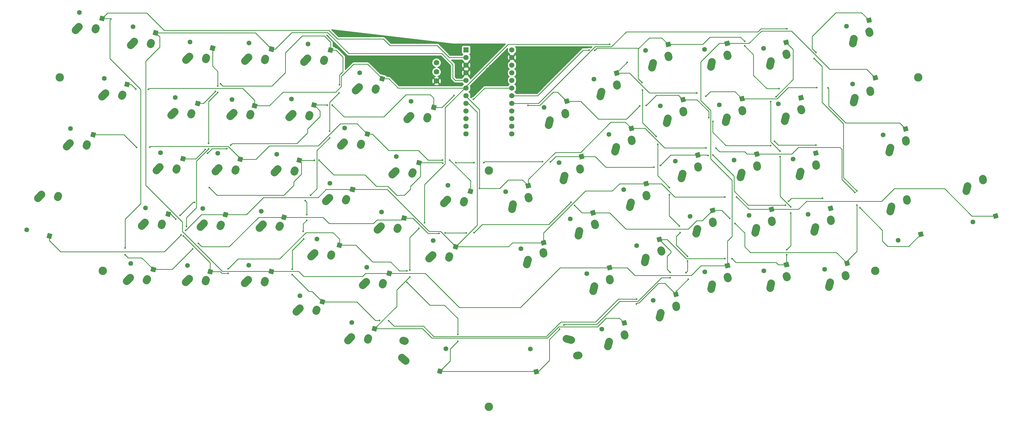
<source format=gbr>
%TF.GenerationSoftware,KiCad,Pcbnew,4.0.7*%
%TF.CreationDate,2018-09-12T19:18:30-05:00*%
%TF.ProjectId,ergo60tilt,6572676F363074696C742E6B69636164,rev?*%
%TF.FileFunction,Copper,L1,Top,Signal*%
%FSLAX46Y46*%
G04 Gerber Fmt 4.6, Leading zero omitted, Abs format (unit mm)*
G04 Created by KiCad (PCBNEW 4.0.7) date 09/12/18 19:18:30*
%MOMM*%
%LPD*%
G01*
G04 APERTURE LIST*
%ADD10C,0.100000*%
%ADD11C,1.600000*%
%ADD12C,2.800000*%
%ADD13C,2.500000*%
%ADD14R,1.752600X1.752600*%
%ADD15C,1.752600*%
%ADD16C,1.800000*%
%ADD17C,0.600000*%
%ADD18C,0.250000*%
%ADD19C,0.254000*%
G04 APERTURE END LIST*
D10*
G36*
X36499283Y-20295769D02*
X36085172Y-21841250D01*
X34539691Y-21427139D01*
X34953802Y-19881658D01*
X36499283Y-20295769D01*
X36499283Y-20295769D01*
G37*
D11*
X27985265Y-18842666D03*
D10*
G36*
X54325143Y-25072193D02*
X53911032Y-26617674D01*
X52365551Y-26203563D01*
X52779662Y-24658082D01*
X54325143Y-25072193D01*
X54325143Y-25072193D01*
G37*
D11*
X45811125Y-23619090D03*
D10*
G36*
X44794418Y-42240454D02*
X44380307Y-43785935D01*
X42834826Y-43371824D01*
X43248937Y-41826343D01*
X44794418Y-42240454D01*
X44794418Y-42240454D01*
G37*
D11*
X36280400Y-40787351D03*
D10*
G36*
X33538610Y-58946481D02*
X33124499Y-60491962D01*
X31579018Y-60077851D01*
X31993129Y-58532370D01*
X33538610Y-58946481D01*
X33538610Y-58946481D01*
G37*
D11*
X25024592Y-57493378D03*
D10*
G36*
X18964590Y-92636468D02*
X18550479Y-94181949D01*
X17004998Y-93767838D01*
X17419109Y-92222357D01*
X18964590Y-92636468D01*
X18964590Y-92636468D01*
G37*
D11*
X10450572Y-91183365D03*
D10*
G36*
X73301057Y-30156774D02*
X72886946Y-31702255D01*
X71341465Y-31288144D01*
X71755576Y-29742663D01*
X73301057Y-30156774D01*
X73301057Y-30156774D01*
G37*
D11*
X64787039Y-28703671D03*
D10*
G36*
X68370553Y-48557661D02*
X67956442Y-50103142D01*
X66410961Y-49689031D01*
X66825072Y-48143550D01*
X68370553Y-48557661D01*
X68370553Y-48557661D01*
G37*
D11*
X59856535Y-47104558D03*
D10*
G36*
X63440051Y-66958548D02*
X63025940Y-68504029D01*
X61480459Y-68089918D01*
X61894570Y-66544437D01*
X63440051Y-66958548D01*
X63440051Y-66958548D01*
G37*
D11*
X54926033Y-65505445D03*
D10*
G36*
X58509548Y-85359435D02*
X58095437Y-86904916D01*
X56549956Y-86490805D01*
X56964067Y-84945324D01*
X58509548Y-85359435D01*
X58509548Y-85359435D01*
G37*
D11*
X49995530Y-83906332D03*
D10*
G36*
X53579045Y-103760322D02*
X53164934Y-105305803D01*
X51619453Y-104891692D01*
X52033564Y-103346211D01*
X53579045Y-103760322D01*
X53579045Y-103760322D01*
G37*
D11*
X45065027Y-102307219D03*
D10*
G36*
X92934569Y-30487055D02*
X92520458Y-32032536D01*
X90974977Y-31618425D01*
X91389088Y-30072944D01*
X92934569Y-30487055D01*
X92934569Y-30487055D01*
G37*
D11*
X84420551Y-29033952D03*
D10*
G36*
X87274961Y-49308891D02*
X86860850Y-50854372D01*
X85315369Y-50440261D01*
X85729480Y-48894780D01*
X87274961Y-49308891D01*
X87274961Y-49308891D01*
G37*
D11*
X78760943Y-47855788D03*
D10*
G36*
X82498537Y-67134751D02*
X82084426Y-68680232D01*
X80538945Y-68266121D01*
X80953056Y-66720640D01*
X82498537Y-67134751D01*
X82498537Y-67134751D01*
G37*
D11*
X73984519Y-65681648D03*
D10*
G36*
X77568034Y-85535637D02*
X77153923Y-87081118D01*
X75608442Y-86667007D01*
X76022553Y-85121526D01*
X77568034Y-85535637D01*
X77568034Y-85535637D01*
G37*
D11*
X69054016Y-84082534D03*
D10*
G36*
X72483452Y-104511552D02*
X72069341Y-106057033D01*
X70523860Y-105642922D01*
X70937971Y-104097441D01*
X72483452Y-104511552D01*
X72483452Y-104511552D01*
G37*
D11*
X63969434Y-103058449D03*
D10*
G36*
X112568082Y-30817336D02*
X112153971Y-32362817D01*
X110608490Y-31948706D01*
X111022601Y-30403225D01*
X112568082Y-30817336D01*
X112568082Y-30817336D01*
G37*
D11*
X104054064Y-29364233D03*
D10*
G36*
X107062552Y-49064145D02*
X106648441Y-50609626D01*
X105102960Y-50195515D01*
X105517071Y-48650034D01*
X107062552Y-49064145D01*
X107062552Y-49064145D01*
G37*
D11*
X98548534Y-47611042D03*
D10*
G36*
X102132049Y-67465032D02*
X101717938Y-69010513D01*
X100172457Y-68596402D01*
X100586568Y-67050921D01*
X102132049Y-67465032D01*
X102132049Y-67465032D01*
G37*
D11*
X93618031Y-66011929D03*
D10*
G36*
X97047468Y-86440946D02*
X96633357Y-87986427D01*
X95087876Y-87572316D01*
X95501987Y-86026835D01*
X97047468Y-86440946D01*
X97047468Y-86440946D01*
G37*
D11*
X88533450Y-84987843D03*
D10*
G36*
X92846071Y-104420884D02*
X92431960Y-105966365D01*
X90886479Y-105552254D01*
X91300590Y-104006773D01*
X92846071Y-104420884D01*
X92846071Y-104420884D01*
G37*
D11*
X84332053Y-102967781D03*
D10*
G36*
X129736344Y-40348061D02*
X129322233Y-41893542D01*
X127776752Y-41479431D01*
X128190863Y-39933950D01*
X129736344Y-40348061D01*
X129736344Y-40348061D01*
G37*
D11*
X121222326Y-38894958D03*
D10*
G36*
X124805841Y-58748948D02*
X124391730Y-60294429D01*
X122846249Y-59880318D01*
X123260360Y-58334837D01*
X124805841Y-58748948D01*
X124805841Y-58748948D01*
G37*
D11*
X116291823Y-57295845D03*
D10*
G36*
X119875338Y-77149834D02*
X119461227Y-78695315D01*
X117915746Y-78281204D01*
X118329857Y-76735723D01*
X119875338Y-77149834D01*
X119875338Y-77149834D01*
G37*
D11*
X111361320Y-75696731D03*
D10*
G36*
X115519863Y-95704800D02*
X115105752Y-97250281D01*
X113560271Y-96836170D01*
X113974382Y-95290689D01*
X115519863Y-95704800D01*
X115519863Y-95704800D01*
G37*
D11*
X107005845Y-94251697D03*
D10*
G36*
X109860254Y-114526635D02*
X109446143Y-116072116D01*
X107900662Y-115658005D01*
X108314773Y-114112524D01*
X109860254Y-114526635D01*
X109860254Y-114526635D01*
G37*
D11*
X101346236Y-113073532D03*
D10*
G36*
X146904605Y-49878786D02*
X146490494Y-51424267D01*
X144945013Y-51010156D01*
X145359124Y-49464675D01*
X146904605Y-49878786D01*
X146904605Y-49878786D01*
G37*
D11*
X138390587Y-48425683D03*
D10*
G36*
X141974102Y-68279672D02*
X141559991Y-69825153D01*
X140014510Y-69411042D01*
X140428621Y-67865561D01*
X141974102Y-68279672D01*
X141974102Y-68279672D01*
G37*
D11*
X133460084Y-66826569D03*
D10*
G36*
X137043599Y-86680559D02*
X136629488Y-88226040D01*
X135084007Y-87811929D01*
X135498118Y-86266448D01*
X137043599Y-86680559D01*
X137043599Y-86680559D01*
G37*
D11*
X128529581Y-85227456D03*
D10*
G36*
X132113097Y-105081447D02*
X131698986Y-106626928D01*
X130153505Y-106212817D01*
X130567616Y-104667336D01*
X132113097Y-105081447D01*
X132113097Y-105081447D01*
G37*
D11*
X123599079Y-103628344D03*
D10*
G36*
X127182594Y-123482333D02*
X126768483Y-125027814D01*
X125223002Y-124613703D01*
X125637113Y-123068222D01*
X127182594Y-123482333D01*
X127182594Y-123482333D01*
G37*
D11*
X118668576Y-122029230D03*
D10*
G36*
X159142363Y-77810397D02*
X158728252Y-79355878D01*
X157182771Y-78941767D01*
X157596882Y-77396286D01*
X159142363Y-77810397D01*
X159142363Y-77810397D01*
G37*
D11*
X150628345Y-76357294D03*
D10*
G36*
X154211861Y-96211284D02*
X153797750Y-97756765D01*
X152252269Y-97342654D01*
X152666380Y-95797173D01*
X154211861Y-96211284D01*
X154211861Y-96211284D01*
G37*
D11*
X145697843Y-94758181D03*
D10*
G36*
X148514761Y-139206479D02*
X146969280Y-138792368D01*
X147383391Y-137246887D01*
X148928872Y-137660998D01*
X148514761Y-139206479D01*
X148514761Y-139206479D01*
G37*
D11*
X149967864Y-130692461D03*
D10*
G36*
X199486108Y-84518416D02*
X199900219Y-86063897D01*
X198354738Y-86478008D01*
X197940627Y-84932527D01*
X199486108Y-84518416D01*
X199486108Y-84518416D01*
G37*
D11*
X191386201Y-87517000D03*
D10*
G36*
X204991640Y-102765225D02*
X205405751Y-104310706D01*
X203860270Y-104724817D01*
X203446159Y-103179336D01*
X204991640Y-102765225D01*
X204991640Y-102765225D01*
G37*
D11*
X196891733Y-105763809D03*
D10*
G36*
X209922143Y-121166112D02*
X210336254Y-122711593D01*
X208790773Y-123125704D01*
X208376662Y-121580223D01*
X209922143Y-121166112D01*
X209922143Y-121166112D01*
G37*
D11*
X201822236Y-124164696D03*
D10*
G36*
X177962373Y-75494175D02*
X178376484Y-77039656D01*
X176831003Y-77453767D01*
X176416892Y-75908286D01*
X177962373Y-75494175D01*
X177962373Y-75494175D01*
G37*
D11*
X169862466Y-78492759D03*
D10*
G36*
X183046954Y-94470090D02*
X183461065Y-96015571D01*
X181915584Y-96429682D01*
X181501473Y-94884201D01*
X183046954Y-94470090D01*
X183046954Y-94470090D01*
G37*
D11*
X174947047Y-97468674D03*
D10*
G36*
X181055754Y-138909046D02*
X179510273Y-139323157D01*
X179096162Y-137777676D01*
X180641643Y-137363565D01*
X181055754Y-138909046D01*
X181055754Y-138909046D01*
G37*
D11*
X178057170Y-130809139D03*
D10*
G36*
X239328162Y-83703777D02*
X239742273Y-85249258D01*
X238196792Y-85663369D01*
X237782681Y-84117888D01*
X239328162Y-83703777D01*
X239328162Y-83703777D01*
G37*
D11*
X231228255Y-86702361D03*
D10*
G36*
X244258665Y-102104663D02*
X244672776Y-103650144D01*
X243127295Y-104064255D01*
X242713184Y-102518774D01*
X244258665Y-102104663D01*
X244258665Y-102104663D01*
G37*
D11*
X236158758Y-105103247D03*
D10*
G36*
X207368393Y-38031839D02*
X207782504Y-39577320D01*
X206237023Y-39991431D01*
X205822912Y-38445950D01*
X207368393Y-38031839D01*
X207368393Y-38031839D01*
G37*
D11*
X199268486Y-41030423D03*
D10*
G36*
X212298896Y-56432727D02*
X212713007Y-57978208D01*
X211167526Y-58392319D01*
X210753415Y-56846838D01*
X212298896Y-56432727D01*
X212298896Y-56432727D01*
G37*
D11*
X204198989Y-59431311D03*
D10*
G36*
X217229398Y-74833614D02*
X217643509Y-76379095D01*
X216098028Y-76793206D01*
X215683917Y-75247725D01*
X217229398Y-74833614D01*
X217229398Y-74833614D01*
G37*
D11*
X209129491Y-77832198D03*
D10*
G36*
X221584872Y-93388579D02*
X221998983Y-94934060D01*
X220453502Y-95348171D01*
X220039391Y-93802690D01*
X221584872Y-93388579D01*
X221584872Y-93388579D01*
G37*
D11*
X213484965Y-96387163D03*
D10*
G36*
X227090404Y-111635388D02*
X227504515Y-113180869D01*
X225959034Y-113594980D01*
X225544923Y-112049499D01*
X227090404Y-111635388D01*
X227090404Y-111635388D01*
G37*
D11*
X218990497Y-114633972D03*
D10*
G36*
X190775158Y-47408486D02*
X191189269Y-48953967D01*
X189643788Y-49368078D01*
X189229677Y-47822597D01*
X190775158Y-47408486D01*
X190775158Y-47408486D01*
G37*
D11*
X182675251Y-50407070D03*
D10*
G36*
X195705661Y-65809373D02*
X196119772Y-67354854D01*
X194574291Y-67768965D01*
X194160180Y-66223484D01*
X195705661Y-65809373D01*
X195705661Y-65809373D01*
G37*
D11*
X187605754Y-68807957D03*
D10*
G36*
X284100717Y-101290023D02*
X284514828Y-102835504D01*
X282969347Y-103249615D01*
X282555236Y-101704134D01*
X284100717Y-101290023D01*
X284100717Y-101290023D01*
G37*
D11*
X276000810Y-104288607D03*
D10*
G36*
X244170166Y-28170834D02*
X244584277Y-29716315D01*
X243038796Y-30130426D01*
X242624685Y-28584945D01*
X244170166Y-28170834D01*
X244170166Y-28170834D01*
G37*
D11*
X236070259Y-31169418D03*
D10*
G36*
X249100669Y-46571721D02*
X249514780Y-48117202D01*
X247969299Y-48531313D01*
X247555188Y-46985832D01*
X249100669Y-46571721D01*
X249100669Y-46571721D01*
G37*
D11*
X241000762Y-49570305D03*
D10*
G36*
X254031172Y-64972608D02*
X254445283Y-66518089D01*
X252899802Y-66932200D01*
X252485691Y-65386719D01*
X254031172Y-64972608D01*
X254031172Y-64972608D01*
G37*
D11*
X245931265Y-67971192D03*
D10*
G36*
X258961675Y-83373495D02*
X259375786Y-84918976D01*
X257830305Y-85333087D01*
X257416194Y-83787606D01*
X258961675Y-83373495D01*
X258961675Y-83373495D01*
G37*
D11*
X250861768Y-86372079D03*
D10*
G36*
X263892177Y-101774382D02*
X264306288Y-103319863D01*
X262760807Y-103733974D01*
X262346696Y-102188493D01*
X263892177Y-101774382D01*
X263892177Y-101774382D01*
G37*
D11*
X255792270Y-104772966D03*
D10*
G36*
X224536654Y-28501116D02*
X224950765Y-30046597D01*
X223405284Y-30460708D01*
X222991173Y-28915227D01*
X224536654Y-28501116D01*
X224536654Y-28501116D01*
G37*
D11*
X216436747Y-31499700D03*
D10*
G36*
X229467157Y-46902002D02*
X229881268Y-48447483D01*
X228335787Y-48861594D01*
X227921676Y-47316113D01*
X229467157Y-46902002D01*
X229467157Y-46902002D01*
G37*
D11*
X221367250Y-49900586D03*
D10*
G36*
X234397660Y-65302889D02*
X234811771Y-66848370D01*
X233266290Y-67262481D01*
X232852179Y-65717000D01*
X234397660Y-65302889D01*
X234397660Y-65302889D01*
G37*
D11*
X226297753Y-68301473D03*
D10*
G36*
X291405010Y-20444799D02*
X291819121Y-21990280D01*
X290273640Y-22404391D01*
X289859529Y-20858910D01*
X291405010Y-20444799D01*
X291405010Y-20444799D01*
G37*
D11*
X283305103Y-23443383D03*
D10*
G36*
X293460373Y-39616077D02*
X293874484Y-41161558D01*
X292329003Y-41575669D01*
X291914892Y-40030188D01*
X293460373Y-39616077D01*
X293460373Y-39616077D01*
G37*
D11*
X285360466Y-42614661D03*
D10*
G36*
X303566126Y-56630260D02*
X303980237Y-58175741D01*
X302434756Y-58589852D01*
X302020645Y-57044371D01*
X303566126Y-56630260D01*
X303566126Y-56630260D01*
G37*
D11*
X295466219Y-59628844D03*
D10*
G36*
X308631546Y-91635443D02*
X309045657Y-93180924D01*
X307500176Y-93595035D01*
X307086065Y-92049554D01*
X308631546Y-91635443D01*
X308631546Y-91635443D01*
G37*
D11*
X300531639Y-94634027D03*
D10*
G36*
X333511817Y-85585107D02*
X333925928Y-87130588D01*
X332380447Y-87544699D01*
X331966336Y-85999218D01*
X333511817Y-85585107D01*
X333511817Y-85585107D01*
G37*
D11*
X325411910Y-88583691D03*
D10*
G36*
X263803679Y-27840553D02*
X264217790Y-29386034D01*
X262672309Y-29800145D01*
X262258198Y-28254664D01*
X263803679Y-27840553D01*
X263803679Y-27840553D01*
G37*
D11*
X255703772Y-30839137D03*
D10*
G36*
X268734182Y-46241441D02*
X269148293Y-47786922D01*
X267602812Y-48201033D01*
X267188701Y-46655552D01*
X268734182Y-46241441D01*
X268734182Y-46241441D01*
G37*
D11*
X260634275Y-49240025D03*
D10*
G36*
X273664685Y-64642327D02*
X274078796Y-66187808D01*
X272533315Y-66601919D01*
X272119204Y-65056438D01*
X273664685Y-64642327D01*
X273664685Y-64642327D01*
G37*
D11*
X265564778Y-67640911D03*
D10*
G36*
X278595188Y-83043214D02*
X279009299Y-84588695D01*
X277463818Y-85002806D01*
X277049707Y-83457325D01*
X278595188Y-83043214D01*
X278595188Y-83043214D01*
G37*
D11*
X270495281Y-86041798D03*
D12*
X35718750Y-104775000D03*
X164306250Y-71437500D03*
X292893750Y-104775000D03*
X164306250Y-150018750D03*
X21431250Y-40481250D03*
X307181250Y-40481250D03*
D13*
X258194489Y-34996869D02*
X257789065Y-36616909D01*
X263265652Y-32520604D02*
X263377314Y-33089754D01*
X64614368Y-33475051D02*
X63453240Y-34675335D01*
X70244255Y-33866123D02*
X70056383Y-34414853D01*
X84247881Y-33805332D02*
X83086753Y-35005616D01*
X89877768Y-34196404D02*
X89689896Y-34745134D01*
X103881393Y-34135613D02*
X102720265Y-35335897D01*
X109511280Y-34526685D02*
X109323408Y-35075415D01*
X121049655Y-43666337D02*
X119888527Y-44866621D01*
X126679542Y-44057409D02*
X126491670Y-44606139D01*
X138217916Y-53197062D02*
X137056788Y-54397346D01*
X143847803Y-53588134D02*
X143659931Y-54136864D01*
X184590940Y-54718880D02*
X184185516Y-56338920D01*
X189662103Y-52242615D02*
X189773765Y-52811765D01*
X201759201Y-45188155D02*
X201353777Y-46808195D01*
X206830364Y-42711890D02*
X206942026Y-43281040D01*
X218927464Y-35657431D02*
X218522040Y-37277471D01*
X223998627Y-33181166D02*
X224110289Y-33750316D01*
X238560976Y-35327150D02*
X238155552Y-36947190D01*
X243632139Y-32850885D02*
X243743801Y-33420035D01*
X54753363Y-70276825D02*
X53592235Y-71477109D01*
X60383250Y-70667897D02*
X60195378Y-71216627D01*
X123426408Y-108399723D02*
X122265280Y-109600007D01*
X129056295Y-108790795D02*
X128868423Y-109339525D01*
X285795819Y-27601114D02*
X285390395Y-29221154D01*
X290866982Y-25124849D02*
X290978644Y-25693999D01*
X89089885Y-89338274D02*
X87928757Y-90538558D01*
X94719772Y-89729346D02*
X94531900Y-90278076D01*
X268055494Y-71798643D02*
X267650070Y-73418683D01*
X273126657Y-69322378D02*
X273238319Y-69891528D01*
X233718972Y-90860092D02*
X233313548Y-92480132D01*
X238790135Y-88383827D02*
X238901797Y-88952977D01*
X94020388Y-70937387D02*
X92859260Y-72137671D01*
X99650275Y-71328459D02*
X99462403Y-71877189D01*
X27812595Y-23614045D02*
X26651467Y-24814329D01*
X33442482Y-24005117D02*
X33254610Y-24553847D01*
X238649475Y-109260980D02*
X238244051Y-110881020D01*
X243720638Y-106784715D02*
X243832300Y-107353865D01*
X98950891Y-52536499D02*
X97789763Y-53736783D01*
X104580778Y-52927571D02*
X104392906Y-53476301D01*
X191699361Y-127807425D02*
X190079321Y-127402001D01*
X194175626Y-132878588D02*
X193606476Y-132990250D01*
X297956935Y-63786576D02*
X297551511Y-65406616D01*
X303028098Y-61310311D02*
X303139760Y-61879461D01*
X46213481Y-28544548D02*
X45052353Y-29744832D01*
X51843368Y-28935620D02*
X51655496Y-29484350D01*
X111188649Y-80468111D02*
X110027521Y-81668395D01*
X116818536Y-80859183D02*
X116630664Y-81407913D01*
X101327644Y-117269885D02*
X100166516Y-118470169D01*
X106957531Y-117660957D02*
X106769659Y-118209687D01*
X128356910Y-89998836D02*
X127195782Y-91199120D01*
X133986797Y-90389908D02*
X133798925Y-90938638D01*
X194451947Y-91520655D02*
X194046523Y-93140695D01*
X199523110Y-89044390D02*
X199634772Y-89613540D01*
X223857966Y-54058318D02*
X223452542Y-55678358D01*
X228929129Y-51582053D02*
X229040791Y-52151203D01*
X211620208Y-81989930D02*
X211214784Y-83609970D01*
X216691371Y-79513665D02*
X216803033Y-80082815D01*
X228788468Y-72459205D02*
X228383044Y-74079245D01*
X233859631Y-69982940D02*
X233971293Y-70552090D01*
X248421980Y-72128924D02*
X248016556Y-73748964D01*
X253493143Y-69652659D02*
X253604805Y-70221809D01*
X84159382Y-107739160D02*
X82998254Y-108939444D01*
X89789269Y-108130232D02*
X89601397Y-108678962D01*
X150455674Y-81128674D02*
X149294546Y-82328958D01*
X156085561Y-81519746D02*
X155897689Y-82068476D01*
X44892357Y-107078599D02*
X43731229Y-108278883D01*
X50522244Y-107469671D02*
X50334372Y-108018401D01*
X221481213Y-118791703D02*
X221075789Y-120411743D01*
X226552376Y-116315438D02*
X226664038Y-116884588D01*
X118495905Y-126800610D02*
X117334777Y-128000894D01*
X124125792Y-127191682D02*
X123937920Y-127740412D01*
X216550711Y-100390817D02*
X216145287Y-102010857D01*
X221621874Y-97914552D02*
X221733536Y-98483702D01*
X199382449Y-109921541D02*
X198977025Y-111541581D01*
X204453612Y-107445276D02*
X204565274Y-108014426D01*
X24851921Y-62264758D02*
X23690793Y-63465042D01*
X30481808Y-62655830D02*
X30293936Y-63204560D01*
X243491479Y-53728037D02*
X243086055Y-55348077D01*
X248562642Y-51251772D02*
X248674304Y-51820922D01*
X263124992Y-53397756D02*
X262719568Y-55017796D01*
X268196155Y-50921491D02*
X268307817Y-51490641D01*
X253352483Y-90529811D02*
X252947059Y-92149851D01*
X258423646Y-88053546D02*
X258535308Y-88622696D01*
X145525172Y-99529560D02*
X144364044Y-100729844D01*
X151155059Y-99920632D02*
X150967187Y-100469362D01*
X177283685Y-101051379D02*
X176878261Y-102671419D01*
X182354848Y-98575114D02*
X182466510Y-99144264D01*
X286126099Y-47234628D02*
X285720675Y-48854668D01*
X291197262Y-44758363D02*
X291308924Y-45327513D01*
X59683865Y-51875938D02*
X58522737Y-53076222D01*
X65313752Y-52267010D02*
X65125880Y-52815740D01*
X272985996Y-90199530D02*
X272580572Y-91819570D01*
X278057159Y-87723265D02*
X278168821Y-88292415D01*
X116119152Y-62067224D02*
X114958024Y-63267508D01*
X121749039Y-62458296D02*
X121561167Y-63007026D01*
X204312951Y-128322428D02*
X203907527Y-129942468D01*
X209384114Y-125846163D02*
X209495776Y-126415313D01*
X172353183Y-82650492D02*
X171947759Y-84270532D01*
X177424346Y-80174227D02*
X177536008Y-80743377D01*
X323588436Y-76640647D02*
X323183012Y-78260687D01*
X328659599Y-74164382D02*
X328771261Y-74733532D01*
X277916499Y-108600417D02*
X277511075Y-110220457D01*
X282987662Y-106124152D02*
X283099324Y-106693302D01*
X298287215Y-83420089D02*
X297881791Y-85040129D01*
X303358378Y-80943824D02*
X303470040Y-81512974D01*
X74386876Y-70607105D02*
X73225748Y-71807389D01*
X80016763Y-70998177D02*
X79828891Y-71546907D01*
X15321197Y-79433019D02*
X14160069Y-80633303D01*
X20951084Y-79824091D02*
X20763212Y-80372821D01*
X135351495Y-133632964D02*
X136551779Y-134794092D01*
X135742567Y-128003077D02*
X136291297Y-128190949D01*
X133287413Y-71597949D02*
X132126285Y-72798233D01*
X138917300Y-71989021D02*
X138729428Y-72537751D01*
X36682757Y-45712809D02*
X35521629Y-46913093D01*
X42312644Y-46103881D02*
X42124772Y-46652611D01*
X206689704Y-63589043D02*
X206284280Y-65209083D01*
X211760867Y-61112778D02*
X211872529Y-61681928D01*
X258282987Y-108930698D02*
X257877563Y-110550738D01*
X263354150Y-106454433D02*
X263465812Y-107023583D01*
X106258146Y-98868999D02*
X105097018Y-100069283D01*
X111888033Y-99260071D02*
X111700161Y-99808801D01*
X79317378Y-52206219D02*
X78156250Y-53406503D01*
X84947265Y-52597291D02*
X84759393Y-53146021D01*
X64525870Y-107408880D02*
X63364742Y-108609164D01*
X70155757Y-107799952D02*
X69967885Y-108348682D01*
X69456373Y-89007993D02*
X68295245Y-90208277D01*
X75086260Y-89399065D02*
X74898388Y-89947795D01*
X189521444Y-73119767D02*
X189116020Y-74739807D01*
X194592607Y-70643502D02*
X194704269Y-71212652D01*
X49822860Y-88677712D02*
X48661732Y-89877996D01*
X55452747Y-89068784D02*
X55264875Y-89617514D01*
D14*
X156686250Y-31273750D03*
D15*
X156686250Y-33813750D03*
X156686250Y-36353750D03*
X156686250Y-38893750D03*
X156686250Y-41433750D03*
X156686250Y-43973750D03*
X156686250Y-46513750D03*
X156686250Y-49053750D03*
X156686250Y-51593750D03*
X156686250Y-54133750D03*
X156686250Y-56673750D03*
X156686250Y-59213750D03*
X171926250Y-59213750D03*
X171926250Y-56673750D03*
X171926250Y-54133750D03*
X171926250Y-51593750D03*
X171926250Y-49053750D03*
X171926250Y-46513750D03*
X171926250Y-43973750D03*
X171926250Y-41433750D03*
X171926250Y-38893750D03*
X171926250Y-36353750D03*
X171926250Y-33813750D03*
X171926250Y-31273750D03*
D16*
X146812000Y-41656000D03*
X146812000Y-35560000D03*
X146812000Y-38608000D03*
D17*
X273177000Y-32131000D03*
X272542000Y-34163000D03*
X286766000Y-78232000D03*
X286766000Y-82931000D03*
X246253000Y-89027000D03*
X244475000Y-87376000D03*
X192786000Y-83058000D03*
X191643000Y-81915000D03*
X159385000Y-92075000D03*
X156718000Y-92202000D03*
X149733000Y-92202000D03*
X147701000Y-92329000D03*
X67564000Y-95631000D03*
X65659000Y-97536000D03*
X43180000Y-99441000D03*
X43180000Y-97155000D03*
X137922000Y-106807000D03*
X137922000Y-104521000D03*
X140970000Y-90678000D03*
X142875000Y-88773000D03*
X277114000Y-43942000D03*
X273431000Y-43815000D03*
X236474000Y-46736000D03*
X233553000Y-45593000D03*
X210312000Y-35433000D03*
X204470000Y-29464000D03*
X50927000Y-44450000D03*
X46736000Y-44323000D03*
X287782000Y-83820000D03*
X286131000Y-78740000D03*
X239903000Y-64008000D03*
X236601000Y-63881000D03*
X161163000Y-77343000D03*
X151257000Y-67945000D03*
X148844000Y-67945000D03*
X51435000Y-63627000D03*
X46990000Y-63754000D03*
X246761000Y-80264000D03*
X242824000Y-80264000D03*
X63373000Y-91313000D03*
X61849000Y-92837000D03*
X263525000Y-24257000D03*
X259842000Y-46863000D03*
X258064000Y-48514000D03*
X261239000Y-65024000D03*
X261239000Y-66802000D03*
X264795000Y-83566000D03*
X264795000Y-85598000D03*
X263398000Y-97790000D03*
X263398000Y-99441000D03*
X245237000Y-100711000D03*
X242824000Y-100711000D03*
X224663000Y-105283000D03*
X224663000Y-107061000D03*
X189230000Y-122809000D03*
X187833000Y-124206000D03*
X153924000Y-128270000D03*
X153924000Y-125984000D03*
X137033000Y-108585000D03*
X137033000Y-104775000D03*
X77470000Y-104140000D03*
X77470000Y-105664000D03*
X62611000Y-93218000D03*
X63627000Y-90043000D03*
X70993000Y-64262000D03*
X70993000Y-62357000D03*
X74041000Y-45466000D03*
X74041000Y-43307000D03*
X199517000Y-31496000D03*
X197612000Y-31369000D03*
X260858000Y-44196000D03*
X249428000Y-29972000D03*
X249428000Y-28448000D03*
X215265000Y-42164000D03*
X215392000Y-44704000D03*
X219964000Y-60071000D03*
X220472000Y-62738000D03*
X224409000Y-77089000D03*
X224409000Y-79502000D03*
X227711000Y-89916000D03*
X227965000Y-92075000D03*
X230378000Y-99949000D03*
X230378000Y-101473000D03*
X229870000Y-105410000D03*
X230632000Y-107569000D03*
X213360000Y-115824000D03*
X213487000Y-114173000D03*
X130937000Y-121412000D03*
X127889000Y-121285000D03*
X98806000Y-106045000D03*
X98806000Y-104267000D03*
X102616000Y-94234000D03*
X102489000Y-91694000D03*
X103632000Y-88011000D03*
X103632000Y-86106000D03*
X103124000Y-81407000D03*
X104902000Y-79629000D03*
X111252000Y-60579000D03*
X111252000Y-58293000D03*
X114427000Y-45593000D03*
X114554000Y-42926000D03*
X74930000Y-42545000D03*
X73279000Y-45085000D03*
X273177000Y-62992000D03*
X259334000Y-61722000D03*
X258064000Y-63119000D03*
X238887000Y-55118000D03*
X237490000Y-53848000D03*
X216662000Y-49784000D03*
X214503000Y-49911000D03*
X171926250Y-43973750D03*
X177292000Y-49784000D03*
X159131000Y-47752000D03*
X152654000Y-46482000D03*
X112141000Y-49657000D03*
X110490000Y-49657000D03*
X78359000Y-62992000D03*
X77089000Y-64135000D03*
X70612000Y-65659000D03*
X69850000Y-64389000D03*
X275336000Y-80645000D03*
X264033000Y-81661000D03*
X263017000Y-82931000D03*
X238887000Y-66294000D03*
X237236000Y-66421000D03*
X221361000Y-69723000D03*
X219202000Y-70358000D03*
X184785000Y-68580000D03*
X182118000Y-68453000D03*
X162560000Y-68834000D03*
X159385000Y-68834000D03*
X153289000Y-68834000D03*
X148971000Y-68961000D03*
X107696000Y-67945000D03*
X106172000Y-68072000D03*
X71247000Y-77089000D03*
X66294000Y-82042000D03*
X61468000Y-86360000D03*
X60071000Y-87630000D03*
X163703000Y-37592000D03*
X164719000Y-36576000D03*
D18*
X156686250Y-33813750D02*
X151034750Y-33813750D01*
X37330941Y-19050000D02*
X35519487Y-20861454D01*
X50419000Y-19050000D02*
X37330941Y-19050000D01*
X56134000Y-24765000D02*
X50419000Y-19050000D01*
X110998000Y-24765000D02*
X56134000Y-24765000D01*
X113919000Y-27686000D02*
X110998000Y-24765000D01*
X129159000Y-27686000D02*
X113919000Y-27686000D01*
X131318000Y-29845000D02*
X129159000Y-27686000D01*
X147066000Y-29845000D02*
X131318000Y-29845000D01*
X151034750Y-33813750D02*
X147066000Y-29845000D01*
X283535032Y-102269819D02*
X283535032Y-101528968D01*
X283535032Y-101528968D02*
X286766000Y-98298000D01*
X288337730Y-18923000D02*
X290839325Y-21424595D01*
X279781000Y-18923000D02*
X288337730Y-18923000D01*
X271907000Y-26797000D02*
X279781000Y-18923000D01*
X271907000Y-30861000D02*
X271907000Y-26797000D01*
X273177000Y-32131000D02*
X271907000Y-30861000D01*
X275209000Y-36830000D02*
X272542000Y-34163000D01*
X275209000Y-48768000D02*
X275209000Y-36830000D01*
X282321000Y-55880000D02*
X275209000Y-48768000D01*
X282321000Y-73787000D02*
X282321000Y-55880000D01*
X286766000Y-78232000D02*
X282321000Y-73787000D01*
X286766000Y-98298000D02*
X286766000Y-82931000D01*
X238762477Y-84683573D02*
X241782573Y-84683573D01*
X279944213Y-98679000D02*
X283535032Y-102269819D01*
X251333000Y-98679000D02*
X279944213Y-98679000D01*
X249428000Y-96774000D02*
X251333000Y-98679000D01*
X249428000Y-92202000D02*
X249428000Y-96774000D01*
X246253000Y-89027000D02*
X249428000Y-92202000D01*
X241782573Y-84683573D02*
X244475000Y-87376000D01*
X198920423Y-85498212D02*
X204497212Y-85498212D01*
X235308050Y-88138000D02*
X238762477Y-84683573D01*
X233426000Y-88138000D02*
X235308050Y-88138000D01*
X230632000Y-90932000D02*
X233426000Y-88138000D01*
X209931000Y-90932000D02*
X230632000Y-90932000D01*
X204497212Y-85498212D02*
X209931000Y-90932000D01*
X136063803Y-87246244D02*
X138935244Y-87246244D01*
X195226212Y-85498212D02*
X198920423Y-85498212D01*
X192786000Y-83058000D02*
X195226212Y-85498212D01*
X184150000Y-89408000D02*
X191643000Y-81915000D01*
X162052000Y-89408000D02*
X184150000Y-89408000D01*
X159385000Y-92075000D02*
X162052000Y-89408000D01*
X149733000Y-92202000D02*
X156718000Y-92202000D01*
X144018000Y-92329000D02*
X147701000Y-92329000D01*
X138935244Y-87246244D02*
X144018000Y-92329000D01*
X96067672Y-87006631D02*
X109104631Y-87006631D01*
X127000000Y-87884000D02*
X135426047Y-87884000D01*
X125857000Y-89027000D02*
X127000000Y-87884000D01*
X111125000Y-89027000D02*
X125857000Y-89027000D01*
X109104631Y-87006631D02*
X111125000Y-89027000D01*
X135426047Y-87884000D02*
X136063803Y-87246244D01*
X52599249Y-104326007D02*
X58868993Y-104326007D01*
X87618369Y-87006631D02*
X96067672Y-87006631D01*
X77851000Y-96774000D02*
X87618369Y-87006631D01*
X68707000Y-96774000D02*
X77851000Y-96774000D01*
X67564000Y-95631000D02*
X68707000Y-96774000D01*
X58868993Y-104326007D02*
X65659000Y-97536000D01*
X35519487Y-20861454D02*
X38641454Y-20861454D01*
X48730242Y-100457000D02*
X52599249Y-104326007D01*
X44196000Y-100457000D02*
X48730242Y-100457000D01*
X43180000Y-99441000D02*
X44196000Y-100457000D01*
X43180000Y-97028000D02*
X43180000Y-97155000D01*
X43180000Y-87630000D02*
X43180000Y-97028000D01*
X48387000Y-82423000D02*
X43180000Y-87630000D01*
X48387000Y-44450000D02*
X48387000Y-82423000D01*
X38100000Y-34163000D02*
X48387000Y-44450000D01*
X38100000Y-21402908D02*
X38100000Y-34163000D01*
X38641454Y-20861454D02*
X38100000Y-21402908D01*
X91866275Y-104986569D02*
X75522569Y-104986569D01*
X54737000Y-27029531D02*
X53345347Y-25637878D01*
X54737000Y-30353000D02*
X54737000Y-27029531D01*
X50038000Y-35052000D02*
X54737000Y-30353000D01*
X50038000Y-76327000D02*
X50038000Y-35052000D01*
X62230000Y-88519000D02*
X50038000Y-76327000D01*
X62230000Y-91694000D02*
X62230000Y-88519000D01*
X75522569Y-104986569D02*
X62230000Y-91694000D01*
X243604481Y-29150630D02*
X250884370Y-29150630D01*
X290017815Y-37719000D02*
X292894688Y-40595873D01*
X277749000Y-37719000D02*
X290017815Y-37719000D01*
X265049000Y-25019000D02*
X277749000Y-37719000D01*
X255016000Y-25019000D02*
X265049000Y-25019000D01*
X250884370Y-29150630D02*
X255016000Y-25019000D01*
X243692980Y-103084459D02*
X243692980Y-94889020D01*
X240978370Y-29150630D02*
X243604481Y-29150630D01*
X234823000Y-35306000D02*
X240978370Y-29150630D01*
X234823000Y-48133000D02*
X234823000Y-35306000D01*
X238125000Y-51435000D02*
X234823000Y-48133000D01*
X238125000Y-67564000D02*
X238125000Y-51435000D01*
X245237000Y-74676000D02*
X238125000Y-67564000D01*
X245237000Y-93345000D02*
X245237000Y-74676000D01*
X243692980Y-94889020D02*
X245237000Y-93345000D01*
X204425955Y-103745021D02*
X210298021Y-103745021D01*
X234862541Y-103084459D02*
X243692980Y-103084459D01*
X231648000Y-106299000D02*
X234862541Y-103084459D01*
X212852000Y-106299000D02*
X231648000Y-106299000D01*
X210298021Y-103745021D02*
X212852000Y-106299000D01*
X131133301Y-105647132D02*
X143112132Y-105647132D01*
X187973979Y-103745021D02*
X204425955Y-103745021D01*
X174752000Y-116967000D02*
X187973979Y-103745021D01*
X154432000Y-116967000D02*
X174752000Y-116967000D01*
X143112132Y-105647132D02*
X154432000Y-116967000D01*
X91866275Y-104986569D02*
X100922569Y-104986569D01*
X123206868Y-105647132D02*
X131133301Y-105647132D01*
X122174000Y-106680000D02*
X123206868Y-105647132D01*
X102616000Y-106680000D02*
X122174000Y-106680000D01*
X100922569Y-104986569D02*
X102616000Y-106680000D01*
X91954773Y-31052740D02*
X93153260Y-31052740D01*
X153066750Y-41433750D02*
X156686250Y-41433750D01*
X152273000Y-40640000D02*
X153066750Y-41433750D01*
X152273000Y-36195000D02*
X152273000Y-40640000D01*
X148590000Y-32512000D02*
X152273000Y-36195000D01*
X117602000Y-32512000D02*
X148590000Y-32512000D01*
X110617000Y-25527000D02*
X117602000Y-32512000D01*
X98679000Y-25527000D02*
X110617000Y-25527000D01*
X93153260Y-31052740D02*
X98679000Y-25527000D01*
X53345347Y-25637878D02*
X86539911Y-25637878D01*
X86539911Y-25637878D02*
X91954773Y-31052740D01*
X156686250Y-43973750D02*
X134016750Y-43973750D01*
X130956746Y-40913746D02*
X128756548Y-40913746D01*
X134016750Y-43973750D02*
X130956746Y-40913746D01*
X126202798Y-124048018D02*
X142209018Y-124048018D01*
X207733550Y-120523000D02*
X209356458Y-122145908D01*
X203327000Y-120523000D02*
X207733550Y-120523000D01*
X200406000Y-123444000D02*
X203327000Y-120523000D01*
X187452000Y-123444000D02*
X200406000Y-123444000D01*
X183769000Y-127127000D02*
X187452000Y-123444000D01*
X145288000Y-127127000D02*
X183769000Y-127127000D01*
X142209018Y-124048018D02*
X145288000Y-127127000D01*
X156686250Y-43973750D02*
X156305250Y-43973750D01*
X156305250Y-43973750D02*
X149733000Y-50546000D01*
X133604000Y-116646816D02*
X126202798Y-124048018D01*
X133604000Y-111125000D02*
X133604000Y-116646816D01*
X137922000Y-106807000D02*
X133604000Y-111125000D01*
X137922000Y-93726000D02*
X137922000Y-104521000D01*
X140970000Y-90678000D02*
X137922000Y-93726000D01*
X142875000Y-76073000D02*
X142875000Y-88773000D01*
X149733000Y-69215000D02*
X142875000Y-76073000D01*
X149733000Y-50546000D02*
X149733000Y-69215000D01*
X248534984Y-47551517D02*
X260169483Y-47551517D01*
X301016385Y-55626000D02*
X303000441Y-57610056D01*
X283083000Y-55626000D02*
X301016385Y-55626000D01*
X277368000Y-49911000D02*
X283083000Y-55626000D01*
X277368000Y-44196000D02*
X277368000Y-49911000D01*
X277114000Y-43942000D02*
X277368000Y-44196000D01*
X263906000Y-43815000D02*
X273431000Y-43815000D01*
X260169483Y-47551517D02*
X263906000Y-43815000D01*
X206802708Y-39011635D02*
X211096635Y-39011635D01*
X246195467Y-45212000D02*
X248534984Y-47551517D01*
X237998000Y-45212000D02*
X246195467Y-45212000D01*
X236474000Y-46736000D02*
X237998000Y-45212000D01*
X217678000Y-45593000D02*
X233553000Y-45593000D01*
X211096635Y-39011635D02*
X217678000Y-45593000D01*
X156686250Y-43973750D02*
X156686250Y-43465750D01*
X156686250Y-43465750D02*
X170688000Y-29464000D01*
X210312000Y-35433000D02*
X206802708Y-38942292D01*
X170688000Y-29464000D02*
X204470000Y-29464000D01*
X206802708Y-38942292D02*
X206802708Y-39011635D01*
X86295165Y-49874576D02*
X91222424Y-49874576D01*
X91222424Y-49874576D02*
X95758000Y-45339000D01*
X95758000Y-45339000D02*
X113284000Y-45339000D01*
X113284000Y-45339000D02*
X115189000Y-43434000D01*
X115189000Y-43434000D02*
X115189000Y-40132000D01*
X115189000Y-40132000D02*
X119253000Y-36068000D01*
X119253000Y-36068000D02*
X123910802Y-36068000D01*
X123910802Y-36068000D02*
X128756548Y-40913746D01*
X43814622Y-42806139D02*
X45219139Y-42806139D01*
X86295165Y-48068165D02*
X86295165Y-49874576D01*
X82296000Y-44069000D02*
X86295165Y-48068165D01*
X51308000Y-44069000D02*
X82296000Y-44069000D01*
X50927000Y-44450000D02*
X51308000Y-44069000D01*
X45219139Y-42806139D02*
X46736000Y-44323000D01*
X253465487Y-65952404D02*
X265136596Y-65952404D01*
X304034100Y-96647000D02*
X308065861Y-92615239D01*
X297053000Y-96647000D02*
X304034100Y-96647000D01*
X295275000Y-94869000D02*
X297053000Y-96647000D01*
X295275000Y-91313000D02*
X295275000Y-94869000D01*
X287782000Y-83820000D02*
X295275000Y-91313000D01*
X281813000Y-74422000D02*
X286131000Y-78740000D01*
X281813000Y-64389000D02*
X281813000Y-74422000D01*
X281178000Y-63754000D02*
X281813000Y-64389000D01*
X267335000Y-63754000D02*
X281178000Y-63754000D01*
X265136596Y-65952404D02*
X267335000Y-63754000D01*
X211733211Y-57412523D02*
X216289523Y-57412523D01*
X250229404Y-65952404D02*
X253465487Y-65952404D01*
X249428000Y-65151000D02*
X250229404Y-65952404D01*
X241046000Y-65151000D02*
X249428000Y-65151000D01*
X239903000Y-64008000D02*
X241046000Y-65151000D01*
X222758000Y-63881000D02*
X236601000Y-63881000D01*
X216289523Y-57412523D02*
X222758000Y-63881000D01*
X177396688Y-76473971D02*
X177396688Y-74444312D01*
X209692688Y-55372000D02*
X211733211Y-57412523D01*
X204851000Y-55372000D02*
X209692688Y-55372000D01*
X194818000Y-65405000D02*
X204851000Y-55372000D01*
X186436000Y-65405000D02*
X194818000Y-65405000D01*
X177396688Y-74444312D02*
X186436000Y-65405000D01*
X161163000Y-77343000D02*
X167894000Y-77343000D01*
X175471717Y-74549000D02*
X177396688Y-76473971D01*
X170688000Y-74549000D02*
X175471717Y-74549000D01*
X167894000Y-77343000D02*
X170688000Y-74549000D01*
X156686250Y-46513750D02*
X156686250Y-46704250D01*
X156686250Y-46704250D02*
X161163000Y-51181000D01*
X161163000Y-51181000D02*
X161163000Y-77343000D01*
X123826045Y-59314633D02*
X125481633Y-59314633D01*
X158162567Y-74850567D02*
X158162567Y-78376082D01*
X151257000Y-67945000D02*
X158162567Y-74850567D01*
X144018000Y-67945000D02*
X148844000Y-67945000D01*
X140843000Y-64770000D02*
X144018000Y-67945000D01*
X130937000Y-64770000D02*
X140843000Y-64770000D01*
X125481633Y-59314633D02*
X130937000Y-64770000D01*
X81518741Y-67700436D02*
X86731564Y-67700436D01*
X120391412Y-55880000D02*
X123826045Y-59314633D01*
X114808000Y-55880000D02*
X120391412Y-55880000D01*
X107442000Y-63246000D02*
X114808000Y-55880000D01*
X91186000Y-63246000D02*
X107442000Y-63246000D01*
X86731564Y-67700436D02*
X91186000Y-63246000D01*
X32558814Y-59512166D02*
X42748166Y-59512166D01*
X77470000Y-63373000D02*
X81518741Y-67421741D01*
X51689000Y-63373000D02*
X77470000Y-63373000D01*
X51435000Y-63627000D02*
X51689000Y-63373000D01*
X42748166Y-59512166D02*
X46990000Y-63754000D01*
X81518741Y-67421741D02*
X81518741Y-67700436D01*
X156686250Y-49053750D02*
X157384750Y-49053750D01*
X157384750Y-49053750D02*
X160401000Y-52070000D01*
X160401000Y-52070000D02*
X160401000Y-89608034D01*
X160401000Y-89608034D02*
X153232065Y-96776969D01*
X258395990Y-84353291D02*
X267309709Y-84353291D01*
X325070903Y-86564903D02*
X332946132Y-86564903D01*
X315976000Y-77470000D02*
X325070903Y-86564903D01*
X299212000Y-77470000D02*
X315976000Y-77470000D01*
X295021000Y-81661000D02*
X299212000Y-77470000D01*
X270002000Y-81661000D02*
X295021000Y-81661000D01*
X267309709Y-84353291D02*
X270002000Y-81661000D01*
X216663713Y-75813410D02*
X221736410Y-75813410D01*
X250850291Y-84353291D02*
X258395990Y-84353291D01*
X246761000Y-80264000D02*
X250850291Y-84353291D01*
X226187000Y-80264000D02*
X242824000Y-80264000D01*
X221736410Y-75813410D02*
X226187000Y-80264000D01*
X182481269Y-95449886D02*
X182481269Y-92219731D01*
X207777590Y-75813410D02*
X216663713Y-75813410D01*
X205359000Y-78232000D02*
X207777590Y-75813410D01*
X196469000Y-78232000D02*
X205359000Y-78232000D01*
X182481269Y-92219731D02*
X196469000Y-78232000D01*
X153232065Y-96776969D02*
X170812031Y-96776969D01*
X172139114Y-95449886D02*
X182481269Y-95449886D01*
X170812031Y-96776969D02*
X172139114Y-95449886D01*
X118895542Y-77715519D02*
X130420519Y-77715519D01*
X148149096Y-91694000D02*
X153232065Y-96776969D01*
X144399000Y-91694000D02*
X148149096Y-91694000D01*
X130420519Y-77715519D02*
X144399000Y-91694000D01*
X76588238Y-86101322D02*
X83570678Y-86101322D01*
X110117481Y-77715519D02*
X118895542Y-77715519D01*
X107442000Y-80391000D02*
X110117481Y-77715519D01*
X89281000Y-80391000D02*
X107442000Y-80391000D01*
X83570678Y-86101322D02*
X89281000Y-80391000D01*
X17984794Y-93202153D02*
X17984794Y-94692794D01*
X68584678Y-86101322D02*
X76588238Y-86101322D01*
X63373000Y-91313000D02*
X68584678Y-86101322D01*
X56261000Y-98425000D02*
X61849000Y-92837000D01*
X21717000Y-98425000D02*
X56261000Y-98425000D01*
X17984794Y-94692794D02*
X21717000Y-98425000D01*
X171926250Y-49053750D02*
X180816250Y-49053750D01*
X254889000Y-24257000D02*
X263525000Y-24257000D01*
X253873000Y-25273000D02*
X254889000Y-24257000D01*
X210058000Y-25273000D02*
X253873000Y-25273000D01*
X205105000Y-30226000D02*
X210058000Y-25273000D01*
X199644000Y-30226000D02*
X205105000Y-30226000D01*
X180816250Y-49053750D02*
X199644000Y-30226000D01*
X263326492Y-102754178D02*
X263326492Y-99512508D01*
X265557000Y-31139355D02*
X263237994Y-28820349D01*
X265557000Y-41148000D02*
X265557000Y-31139355D01*
X259842000Y-46863000D02*
X265557000Y-41148000D01*
X258064000Y-61849000D02*
X258064000Y-48514000D01*
X261239000Y-65024000D02*
X258064000Y-61849000D01*
X261239000Y-80010000D02*
X261239000Y-66802000D01*
X264795000Y-83566000D02*
X261239000Y-80010000D01*
X264795000Y-96393000D02*
X264795000Y-85598000D01*
X263398000Y-97790000D02*
X264795000Y-96393000D01*
X263326492Y-99512508D02*
X263398000Y-99441000D01*
X221019187Y-94368375D02*
X223654375Y-94368375D01*
X260615178Y-102754178D02*
X263326492Y-102754178D01*
X259842000Y-101981000D02*
X260615178Y-102754178D01*
X246507000Y-101981000D02*
X259842000Y-101981000D01*
X245237000Y-100711000D02*
X246507000Y-101981000D01*
X229997000Y-100711000D02*
X242824000Y-100711000D01*
X223654375Y-94368375D02*
X229997000Y-100711000D01*
X180075958Y-138343361D02*
X180680639Y-138343361D01*
X180680639Y-138343361D02*
X184404000Y-134620000D01*
X224917000Y-98266188D02*
X221019187Y-94368375D01*
X224917000Y-98679000D02*
X224917000Y-98266188D01*
X223647000Y-99949000D02*
X224917000Y-98679000D01*
X223647000Y-104267000D02*
X223647000Y-99949000D01*
X224663000Y-105283000D02*
X223647000Y-104267000D01*
X221742000Y-107061000D02*
X224663000Y-107061000D01*
X213868000Y-114935000D02*
X221742000Y-107061000D01*
X207772000Y-114935000D02*
X213868000Y-114935000D01*
X200152000Y-122555000D02*
X207772000Y-114935000D01*
X189484000Y-122555000D02*
X200152000Y-122555000D01*
X189230000Y-122809000D02*
X189484000Y-122555000D01*
X184404000Y-127635000D02*
X187833000Y-124206000D01*
X184404000Y-134620000D02*
X184404000Y-127635000D01*
X147949076Y-138226683D02*
X179959280Y-138226683D01*
X179959280Y-138226683D02*
X180075958Y-138343361D01*
X114540067Y-96270485D02*
X120019485Y-96270485D01*
X151384000Y-134791759D02*
X147949076Y-138226683D01*
X151384000Y-130810000D02*
X151384000Y-134791759D01*
X153924000Y-128270000D02*
X151384000Y-130810000D01*
X153924000Y-120650000D02*
X153924000Y-125984000D01*
X149479000Y-116205000D02*
X153924000Y-120650000D01*
X144653000Y-116205000D02*
X149479000Y-116205000D01*
X137033000Y-108585000D02*
X144653000Y-116205000D01*
X134493000Y-104775000D02*
X137033000Y-104775000D01*
X131572000Y-101854000D02*
X134493000Y-104775000D01*
X125603000Y-101854000D02*
X131572000Y-101854000D01*
X120019485Y-96270485D02*
X125603000Y-101854000D01*
X71503656Y-105077237D02*
X74851237Y-105077237D01*
X114540067Y-94220067D02*
X114540067Y-96270485D01*
X112395000Y-92075000D02*
X114540067Y-94220067D01*
X103378000Y-92075000D02*
X112395000Y-92075000D01*
X94615000Y-100838000D02*
X103378000Y-92075000D01*
X80772000Y-100838000D02*
X94615000Y-100838000D01*
X77470000Y-104140000D02*
X80772000Y-100838000D01*
X75438000Y-105664000D02*
X77470000Y-105664000D01*
X74851237Y-105077237D02*
X75438000Y-105664000D01*
X72321261Y-30722459D02*
X72321261Y-36761261D01*
X71503656Y-102110656D02*
X71503656Y-105077237D01*
X62611000Y-93218000D02*
X71503656Y-102110656D01*
X63627000Y-87122000D02*
X63627000Y-90043000D01*
X66929000Y-83820000D02*
X63627000Y-87122000D01*
X66929000Y-68326000D02*
X66929000Y-83820000D01*
X70993000Y-64262000D02*
X66929000Y-68326000D01*
X70993000Y-48514000D02*
X70993000Y-62357000D01*
X74041000Y-45466000D02*
X70993000Y-48514000D01*
X74041000Y-38481000D02*
X74041000Y-43307000D01*
X72321261Y-36761261D02*
X74041000Y-38481000D01*
X171926250Y-46513750D02*
X180562250Y-46513750D01*
X213741000Y-30734000D02*
X213995000Y-30988000D01*
X200279000Y-30734000D02*
X213741000Y-30734000D01*
X199517000Y-31496000D02*
X200279000Y-30734000D01*
X195707000Y-31369000D02*
X197612000Y-31369000D01*
X180562250Y-46513750D02*
X195707000Y-31369000D01*
X223970969Y-29480912D02*
X235441088Y-29480912D01*
X256794000Y-44196000D02*
X260858000Y-44196000D01*
X252349000Y-39751000D02*
X256794000Y-44196000D01*
X252349000Y-32893000D02*
X252349000Y-39751000D01*
X249428000Y-29972000D02*
X252349000Y-32893000D01*
X248031000Y-27051000D02*
X249428000Y-28448000D01*
X237871000Y-27051000D02*
X248031000Y-27051000D01*
X235441088Y-29480912D02*
X237871000Y-27051000D01*
X226524719Y-112615184D02*
X226524719Y-111676281D01*
X221795057Y-27305000D02*
X223970969Y-29480912D01*
X217678000Y-27305000D02*
X221795057Y-27305000D01*
X213995000Y-30988000D02*
X217678000Y-27305000D01*
X213995000Y-40894000D02*
X213995000Y-30988000D01*
X215265000Y-42164000D02*
X213995000Y-40894000D01*
X215392000Y-55499000D02*
X215392000Y-44704000D01*
X219964000Y-60071000D02*
X215392000Y-55499000D01*
X220472000Y-73152000D02*
X220472000Y-62738000D01*
X224409000Y-77089000D02*
X220472000Y-73152000D01*
X224282000Y-79629000D02*
X224409000Y-79502000D01*
X224282000Y-86487000D02*
X224282000Y-79629000D01*
X227711000Y-89916000D02*
X224282000Y-86487000D01*
X226695000Y-93345000D02*
X227965000Y-92075000D01*
X226695000Y-96266000D02*
X226695000Y-93345000D01*
X230378000Y-99949000D02*
X226695000Y-96266000D01*
X230378000Y-104902000D02*
X230378000Y-101473000D01*
X229870000Y-105410000D02*
X230378000Y-104902000D01*
X226524719Y-111676281D02*
X230632000Y-107569000D01*
X108880458Y-115092320D02*
X120299320Y-115092320D01*
X222875535Y-108966000D02*
X226524719Y-112615184D01*
X220726000Y-108966000D02*
X222875535Y-108966000D01*
X214249000Y-115443000D02*
X220726000Y-108966000D01*
X213741000Y-115443000D02*
X214249000Y-115443000D01*
X213360000Y-115824000D02*
X213741000Y-115443000D01*
X207391000Y-114173000D02*
X213487000Y-114173000D01*
X199771000Y-121793000D02*
X207391000Y-114173000D01*
X188214000Y-121793000D02*
X199771000Y-121793000D01*
X183388000Y-126619000D02*
X188214000Y-121793000D01*
X145923000Y-126619000D02*
X183388000Y-126619000D01*
X142494000Y-123190000D02*
X145923000Y-126619000D01*
X132715000Y-123190000D02*
X142494000Y-123190000D01*
X130937000Y-121412000D02*
X132715000Y-123190000D01*
X126492000Y-121285000D02*
X127889000Y-121285000D01*
X120299320Y-115092320D02*
X126492000Y-121285000D01*
X111588286Y-31383021D02*
X113425021Y-31383021D01*
X105421138Y-111633000D02*
X108880458Y-115092320D01*
X104394000Y-111633000D02*
X105421138Y-111633000D01*
X98806000Y-106045000D02*
X104394000Y-111633000D01*
X98806000Y-98044000D02*
X98806000Y-104267000D01*
X102616000Y-94234000D02*
X98806000Y-98044000D01*
X102489000Y-89154000D02*
X102489000Y-91694000D01*
X103632000Y-88011000D02*
X102489000Y-89154000D01*
X103632000Y-81915000D02*
X103632000Y-86106000D01*
X103124000Y-81407000D02*
X103632000Y-81915000D01*
X107061000Y-77470000D02*
X104902000Y-79629000D01*
X107061000Y-64770000D02*
X107061000Y-77470000D01*
X111252000Y-60579000D02*
X107061000Y-64770000D01*
X111252000Y-48768000D02*
X111252000Y-58293000D01*
X114427000Y-45593000D02*
X111252000Y-48768000D01*
X114554000Y-39624000D02*
X114554000Y-42926000D01*
X115697000Y-38481000D02*
X114554000Y-39624000D01*
X115697000Y-33655000D02*
X115697000Y-38481000D01*
X113425021Y-31383021D02*
X115697000Y-33655000D01*
X67390757Y-49123346D02*
X69240654Y-49123346D01*
X111588286Y-28784286D02*
X111588286Y-31383021D01*
X109474000Y-26670000D02*
X111588286Y-28784286D01*
X102108000Y-26670000D02*
X109474000Y-26670000D01*
X96520000Y-32258000D02*
X102108000Y-26670000D01*
X96520000Y-38862000D02*
X96520000Y-32258000D01*
X92075000Y-43307000D02*
X96520000Y-38862000D01*
X75692000Y-43307000D02*
X92075000Y-43307000D01*
X74930000Y-42545000D02*
X75692000Y-43307000D01*
X69240654Y-49123346D02*
X73279000Y-45085000D01*
X228901472Y-47881798D02*
X233555798Y-47881798D01*
X260604000Y-62992000D02*
X273177000Y-62992000D01*
X259334000Y-61722000D02*
X260604000Y-62992000D01*
X243205000Y-63119000D02*
X258064000Y-63119000D01*
X238760000Y-58674000D02*
X243205000Y-63119000D01*
X238760000Y-55245000D02*
X238760000Y-58674000D01*
X238887000Y-55118000D02*
X238760000Y-55245000D01*
X237490000Y-51816000D02*
X237490000Y-53848000D01*
X233555798Y-47881798D02*
X237490000Y-51816000D01*
X190209473Y-48388282D02*
X194819282Y-48388282D01*
X227374674Y-46355000D02*
X228901472Y-47881798D01*
X220091000Y-46355000D02*
X227374674Y-46355000D01*
X216662000Y-49784000D02*
X220091000Y-46355000D01*
X210058000Y-54356000D02*
X214503000Y-49911000D01*
X200787000Y-54356000D02*
X210058000Y-54356000D01*
X194819282Y-48388282D02*
X200787000Y-54356000D01*
X187160191Y-45339000D02*
X190209473Y-48388282D01*
X185674000Y-45339000D02*
X187160191Y-45339000D01*
X181229000Y-49784000D02*
X185674000Y-45339000D01*
X177292000Y-49784000D02*
X181229000Y-49784000D01*
X145924809Y-50444471D02*
X148691529Y-50444471D01*
X162909250Y-43973750D02*
X171926250Y-43973750D01*
X159131000Y-47752000D02*
X162909250Y-43973750D01*
X148691529Y-50444471D02*
X152654000Y-46482000D01*
X106082756Y-49629830D02*
X110462830Y-49629830D01*
X145924809Y-47372809D02*
X145924809Y-50444471D01*
X144780000Y-46228000D02*
X145924809Y-47372809D01*
X136652000Y-46228000D02*
X144780000Y-46228000D01*
X129286000Y-53594000D02*
X136652000Y-46228000D01*
X116078000Y-53594000D02*
X129286000Y-53594000D01*
X112141000Y-49657000D02*
X116078000Y-53594000D01*
X110462830Y-49629830D02*
X110490000Y-49657000D01*
X62460255Y-67524233D02*
X66714767Y-67524233D01*
X108077000Y-51624074D02*
X106082756Y-49629830D01*
X108077000Y-53467000D02*
X108077000Y-51624074D01*
X103886000Y-57658000D02*
X108077000Y-53467000D01*
X103886000Y-58928000D02*
X103886000Y-57658000D01*
X100330000Y-62484000D02*
X103886000Y-58928000D01*
X78867000Y-62484000D02*
X100330000Y-62484000D01*
X78359000Y-62992000D02*
X78867000Y-62484000D01*
X72136000Y-64135000D02*
X77089000Y-64135000D01*
X70612000Y-65659000D02*
X72136000Y-64135000D01*
X66714767Y-67524233D02*
X69850000Y-64389000D01*
X233831975Y-66282685D02*
X237097685Y-66282685D01*
X265049000Y-80645000D02*
X275336000Y-80645000D01*
X264033000Y-81661000D02*
X265049000Y-80645000D01*
X250571000Y-82931000D02*
X263017000Y-82931000D01*
X245872000Y-78232000D02*
X250571000Y-82931000D01*
X245872000Y-73279000D02*
X245872000Y-78232000D01*
X238887000Y-66294000D02*
X245872000Y-73279000D01*
X237097685Y-66282685D02*
X237236000Y-66421000D01*
X195139976Y-66789169D02*
X199631169Y-66789169D01*
X224801315Y-66282685D02*
X233831975Y-66282685D01*
X221361000Y-69723000D02*
X224801315Y-66282685D01*
X203200000Y-70358000D02*
X219202000Y-70358000D01*
X199631169Y-66789169D02*
X203200000Y-70358000D01*
X140994306Y-68845357D02*
X148855357Y-68845357D01*
X186575831Y-66789169D02*
X195139976Y-66789169D01*
X184785000Y-68580000D02*
X186575831Y-66789169D01*
X162941000Y-68453000D02*
X182118000Y-68453000D01*
X162560000Y-68834000D02*
X162941000Y-68453000D01*
X153289000Y-68834000D02*
X159385000Y-68834000D01*
X148855357Y-68845357D02*
X148971000Y-68961000D01*
X101152253Y-68030717D02*
X106130717Y-68030717D01*
X141478000Y-73406000D02*
X141478000Y-69329051D01*
X138176000Y-76708000D02*
X141478000Y-73406000D01*
X138176000Y-77597000D02*
X138176000Y-76708000D01*
X136144000Y-79629000D02*
X138176000Y-77597000D01*
X133604000Y-79629000D02*
X136144000Y-79629000D01*
X130683000Y-76708000D02*
X133604000Y-79629000D01*
X126873000Y-76708000D02*
X130683000Y-76708000D01*
X123063000Y-72898000D02*
X126873000Y-76708000D01*
X112649000Y-72898000D02*
X123063000Y-72898000D01*
X107696000Y-67945000D02*
X112649000Y-72898000D01*
X106130717Y-68030717D02*
X106172000Y-68072000D01*
X141478000Y-69329051D02*
X140994306Y-68845357D01*
X57529752Y-85925120D02*
X58366120Y-85925120D01*
X101854000Y-68732464D02*
X101152253Y-68030717D01*
X101854000Y-72644000D02*
X101854000Y-68732464D01*
X99314000Y-75184000D02*
X101854000Y-72644000D01*
X99314000Y-76327000D02*
X99314000Y-75184000D01*
X96012000Y-79629000D02*
X99314000Y-76327000D01*
X73787000Y-79629000D02*
X96012000Y-79629000D01*
X71247000Y-77089000D02*
X73787000Y-79629000D01*
X65786000Y-82042000D02*
X66294000Y-82042000D01*
X61468000Y-86360000D02*
X65786000Y-82042000D01*
X58366120Y-85925120D02*
X60071000Y-87630000D01*
X164719000Y-36576000D02*
X163703000Y-37592000D01*
D19*
G36*
X198180325Y-30614873D02*
X198142327Y-30576808D01*
X197798799Y-30434162D01*
X197426833Y-30433838D01*
X197083057Y-30575883D01*
X197049882Y-30609000D01*
X195707000Y-30609000D01*
X195416161Y-30666852D01*
X195169599Y-30831599D01*
X180247448Y-45753750D01*
X173247453Y-45753750D01*
X173208215Y-45658786D01*
X172793552Y-45243399D01*
X173206721Y-44830950D01*
X173437287Y-44275685D01*
X173437812Y-43674453D01*
X173208215Y-43118786D01*
X172793552Y-42703399D01*
X173206721Y-42290950D01*
X173437287Y-41735685D01*
X173437812Y-41134453D01*
X173208215Y-40578786D01*
X172793552Y-40163399D01*
X173206721Y-39750950D01*
X173437287Y-39195685D01*
X173437812Y-38594453D01*
X173208215Y-38038786D01*
X172793552Y-37623399D01*
X173206721Y-37210950D01*
X173437287Y-36655685D01*
X173437812Y-36054453D01*
X173208215Y-35498786D01*
X172783450Y-35073279D01*
X172749658Y-35059247D01*
X172809646Y-34876751D01*
X171926250Y-33993355D01*
X171042854Y-34876751D01*
X171102697Y-35058806D01*
X171071286Y-35071785D01*
X170645779Y-35496550D01*
X170415213Y-36051815D01*
X170414688Y-36653047D01*
X170644285Y-37208714D01*
X171058948Y-37624101D01*
X170645779Y-38036550D01*
X170415213Y-38591815D01*
X170414688Y-39193047D01*
X170644285Y-39748714D01*
X171058948Y-40164101D01*
X170645779Y-40576550D01*
X170415213Y-41131815D01*
X170414688Y-41733047D01*
X170644285Y-42288714D01*
X171058948Y-42704101D01*
X170645779Y-43116550D01*
X170605418Y-43213750D01*
X162909250Y-43213750D01*
X162618410Y-43271602D01*
X162371849Y-43436349D01*
X158991320Y-46816878D01*
X158945833Y-46816838D01*
X158602057Y-46958883D01*
X158338808Y-47221673D01*
X158321106Y-47264304D01*
X158101989Y-47045187D01*
X158197287Y-46815685D01*
X158197812Y-46214453D01*
X157968215Y-45658786D01*
X157553552Y-45243399D01*
X157966721Y-44830950D01*
X158197287Y-44275685D01*
X158197812Y-43674453D01*
X158009090Y-43217712D01*
X167648055Y-33578747D01*
X170403368Y-33578747D01*
X170429359Y-34179418D01*
X170609223Y-34613646D01*
X170863249Y-34697146D01*
X171746645Y-33813750D01*
X172105855Y-33813750D01*
X172989251Y-34697146D01*
X173243277Y-34613646D01*
X173449132Y-34048753D01*
X173423141Y-33448082D01*
X173243277Y-33013854D01*
X172989251Y-32930354D01*
X172105855Y-33813750D01*
X171746645Y-33813750D01*
X170863249Y-32930354D01*
X170609223Y-33013854D01*
X170403368Y-33578747D01*
X167648055Y-33578747D01*
X170528988Y-30697814D01*
X170415213Y-30971815D01*
X170414688Y-31573047D01*
X170644285Y-32128714D01*
X171069050Y-32554221D01*
X171102842Y-32568253D01*
X171042854Y-32750749D01*
X171926250Y-33634145D01*
X172809646Y-32750749D01*
X172749803Y-32568694D01*
X172781214Y-32555715D01*
X173206721Y-32130950D01*
X173437287Y-31575685D01*
X173437812Y-30974453D01*
X173208215Y-30418786D01*
X173013769Y-30224000D01*
X198571198Y-30224000D01*
X198180325Y-30614873D01*
X198180325Y-30614873D01*
G37*
X198180325Y-30614873D02*
X198142327Y-30576808D01*
X197798799Y-30434162D01*
X197426833Y-30433838D01*
X197083057Y-30575883D01*
X197049882Y-30609000D01*
X195707000Y-30609000D01*
X195416161Y-30666852D01*
X195169599Y-30831599D01*
X180247448Y-45753750D01*
X173247453Y-45753750D01*
X173208215Y-45658786D01*
X172793552Y-45243399D01*
X173206721Y-44830950D01*
X173437287Y-44275685D01*
X173437812Y-43674453D01*
X173208215Y-43118786D01*
X172793552Y-42703399D01*
X173206721Y-42290950D01*
X173437287Y-41735685D01*
X173437812Y-41134453D01*
X173208215Y-40578786D01*
X172793552Y-40163399D01*
X173206721Y-39750950D01*
X173437287Y-39195685D01*
X173437812Y-38594453D01*
X173208215Y-38038786D01*
X172793552Y-37623399D01*
X173206721Y-37210950D01*
X173437287Y-36655685D01*
X173437812Y-36054453D01*
X173208215Y-35498786D01*
X172783450Y-35073279D01*
X172749658Y-35059247D01*
X172809646Y-34876751D01*
X171926250Y-33993355D01*
X171042854Y-34876751D01*
X171102697Y-35058806D01*
X171071286Y-35071785D01*
X170645779Y-35496550D01*
X170415213Y-36051815D01*
X170414688Y-36653047D01*
X170644285Y-37208714D01*
X171058948Y-37624101D01*
X170645779Y-38036550D01*
X170415213Y-38591815D01*
X170414688Y-39193047D01*
X170644285Y-39748714D01*
X171058948Y-40164101D01*
X170645779Y-40576550D01*
X170415213Y-41131815D01*
X170414688Y-41733047D01*
X170644285Y-42288714D01*
X171058948Y-42704101D01*
X170645779Y-43116550D01*
X170605418Y-43213750D01*
X162909250Y-43213750D01*
X162618410Y-43271602D01*
X162371849Y-43436349D01*
X158991320Y-46816878D01*
X158945833Y-46816838D01*
X158602057Y-46958883D01*
X158338808Y-47221673D01*
X158321106Y-47264304D01*
X158101989Y-47045187D01*
X158197287Y-46815685D01*
X158197812Y-46214453D01*
X157968215Y-45658786D01*
X157553552Y-45243399D01*
X157966721Y-44830950D01*
X158197287Y-44275685D01*
X158197812Y-43674453D01*
X158009090Y-43217712D01*
X167648055Y-33578747D01*
X170403368Y-33578747D01*
X170429359Y-34179418D01*
X170609223Y-34613646D01*
X170863249Y-34697146D01*
X171746645Y-33813750D01*
X172105855Y-33813750D01*
X172989251Y-34697146D01*
X173243277Y-34613646D01*
X173449132Y-34048753D01*
X173423141Y-33448082D01*
X173243277Y-33013854D01*
X172989251Y-32930354D01*
X172105855Y-33813750D01*
X171746645Y-33813750D01*
X170863249Y-32930354D01*
X170609223Y-33013854D01*
X170403368Y-33578747D01*
X167648055Y-33578747D01*
X170528988Y-30697814D01*
X170415213Y-30971815D01*
X170414688Y-31573047D01*
X170644285Y-32128714D01*
X171069050Y-32554221D01*
X171102842Y-32568253D01*
X171042854Y-32750749D01*
X171926250Y-33634145D01*
X172809646Y-32750749D01*
X172749803Y-32568694D01*
X172781214Y-32555715D01*
X173206721Y-32130950D01*
X173437287Y-31575685D01*
X173437812Y-30974453D01*
X173208215Y-30418786D01*
X173013769Y-30224000D01*
X198571198Y-30224000D01*
X198180325Y-30614873D01*
G36*
X117064599Y-33049401D02*
X117311161Y-33214148D01*
X117602000Y-33272000D01*
X148275198Y-33272000D01*
X151513000Y-36509802D01*
X151513000Y-40640000D01*
X151570852Y-40930839D01*
X151735599Y-41177401D01*
X152529349Y-41971151D01*
X152775911Y-42135898D01*
X153066750Y-42193750D01*
X155365047Y-42193750D01*
X155404285Y-42288714D01*
X155818948Y-42704101D01*
X155405779Y-43116550D01*
X155365418Y-43213750D01*
X134331552Y-43213750D01*
X133853961Y-42736159D01*
X145911446Y-42736159D01*
X145997852Y-42992643D01*
X146571336Y-43202458D01*
X147181460Y-43176839D01*
X147626148Y-42992643D01*
X147712554Y-42736159D01*
X146812000Y-41835605D01*
X145911446Y-42736159D01*
X133853961Y-42736159D01*
X132533138Y-41415336D01*
X145265542Y-41415336D01*
X145291161Y-42025460D01*
X145475357Y-42470148D01*
X145731841Y-42556554D01*
X146632395Y-41656000D01*
X146991605Y-41656000D01*
X147892159Y-42556554D01*
X148148643Y-42470148D01*
X148358458Y-41896664D01*
X148332839Y-41286540D01*
X148148643Y-40841852D01*
X147892159Y-40755446D01*
X146991605Y-41656000D01*
X146632395Y-41656000D01*
X145731841Y-40755446D01*
X145475357Y-40841852D01*
X145265542Y-41415336D01*
X132533138Y-41415336D01*
X131494147Y-40376345D01*
X131247585Y-40211598D01*
X130956746Y-40153746D01*
X130340420Y-40153746D01*
X130301462Y-40032118D01*
X130134019Y-39837147D01*
X129903914Y-39722682D01*
X128358433Y-39308571D01*
X128215304Y-39297700D01*
X124781595Y-35863991D01*
X145276735Y-35863991D01*
X145509932Y-36428371D01*
X145941357Y-36860551D01*
X146480112Y-37084262D01*
X145943629Y-37305932D01*
X145511449Y-37737357D01*
X145277267Y-38301330D01*
X145276735Y-38911991D01*
X145509932Y-39476371D01*
X145941357Y-39908551D01*
X146483003Y-40133462D01*
X146442540Y-40135161D01*
X145997852Y-40319357D01*
X145911446Y-40575841D01*
X146812000Y-41476395D01*
X147712554Y-40575841D01*
X147626148Y-40319357D01*
X147129538Y-40137667D01*
X147680371Y-39910068D01*
X148112551Y-39478643D01*
X148346733Y-38914670D01*
X148347265Y-38304009D01*
X148114068Y-37739629D01*
X147682643Y-37307449D01*
X147143888Y-37083738D01*
X147680371Y-36862068D01*
X148112551Y-36430643D01*
X148346733Y-35866670D01*
X148347265Y-35256009D01*
X148114068Y-34691629D01*
X147682643Y-34259449D01*
X147118670Y-34025267D01*
X146508009Y-34024735D01*
X145943629Y-34257932D01*
X145511449Y-34689357D01*
X145277267Y-35253330D01*
X145276735Y-35863991D01*
X124781595Y-35863991D01*
X124448203Y-35530599D01*
X124201641Y-35365852D01*
X123910802Y-35308000D01*
X119253000Y-35308000D01*
X118962161Y-35365852D01*
X118715599Y-35530599D01*
X116457000Y-37789198D01*
X116457000Y-33655000D01*
X116399148Y-33364161D01*
X116234401Y-33117599D01*
X113962422Y-30845620D01*
X113715860Y-30680873D01*
X113425021Y-30623021D01*
X113172158Y-30623021D01*
X113133200Y-30501393D01*
X112965757Y-30306422D01*
X112735652Y-30191957D01*
X112348286Y-30088162D01*
X112348286Y-28784286D01*
X112290434Y-28493447D01*
X112125687Y-28246885D01*
X110165802Y-26287000D01*
X110302198Y-26287000D01*
X117064599Y-33049401D01*
X117064599Y-33049401D01*
G37*
X117064599Y-33049401D02*
X117311161Y-33214148D01*
X117602000Y-33272000D01*
X148275198Y-33272000D01*
X151513000Y-36509802D01*
X151513000Y-40640000D01*
X151570852Y-40930839D01*
X151735599Y-41177401D01*
X152529349Y-41971151D01*
X152775911Y-42135898D01*
X153066750Y-42193750D01*
X155365047Y-42193750D01*
X155404285Y-42288714D01*
X155818948Y-42704101D01*
X155405779Y-43116550D01*
X155365418Y-43213750D01*
X134331552Y-43213750D01*
X133853961Y-42736159D01*
X145911446Y-42736159D01*
X145997852Y-42992643D01*
X146571336Y-43202458D01*
X147181460Y-43176839D01*
X147626148Y-42992643D01*
X147712554Y-42736159D01*
X146812000Y-41835605D01*
X145911446Y-42736159D01*
X133853961Y-42736159D01*
X132533138Y-41415336D01*
X145265542Y-41415336D01*
X145291161Y-42025460D01*
X145475357Y-42470148D01*
X145731841Y-42556554D01*
X146632395Y-41656000D01*
X146991605Y-41656000D01*
X147892159Y-42556554D01*
X148148643Y-42470148D01*
X148358458Y-41896664D01*
X148332839Y-41286540D01*
X148148643Y-40841852D01*
X147892159Y-40755446D01*
X146991605Y-41656000D01*
X146632395Y-41656000D01*
X145731841Y-40755446D01*
X145475357Y-40841852D01*
X145265542Y-41415336D01*
X132533138Y-41415336D01*
X131494147Y-40376345D01*
X131247585Y-40211598D01*
X130956746Y-40153746D01*
X130340420Y-40153746D01*
X130301462Y-40032118D01*
X130134019Y-39837147D01*
X129903914Y-39722682D01*
X128358433Y-39308571D01*
X128215304Y-39297700D01*
X124781595Y-35863991D01*
X145276735Y-35863991D01*
X145509932Y-36428371D01*
X145941357Y-36860551D01*
X146480112Y-37084262D01*
X145943629Y-37305932D01*
X145511449Y-37737357D01*
X145277267Y-38301330D01*
X145276735Y-38911991D01*
X145509932Y-39476371D01*
X145941357Y-39908551D01*
X146483003Y-40133462D01*
X146442540Y-40135161D01*
X145997852Y-40319357D01*
X145911446Y-40575841D01*
X146812000Y-41476395D01*
X147712554Y-40575841D01*
X147626148Y-40319357D01*
X147129538Y-40137667D01*
X147680371Y-39910068D01*
X148112551Y-39478643D01*
X148346733Y-38914670D01*
X148347265Y-38304009D01*
X148114068Y-37739629D01*
X147682643Y-37307449D01*
X147143888Y-37083738D01*
X147680371Y-36862068D01*
X148112551Y-36430643D01*
X148346733Y-35866670D01*
X148347265Y-35256009D01*
X148114068Y-34691629D01*
X147682643Y-34259449D01*
X147118670Y-34025267D01*
X146508009Y-34024735D01*
X145943629Y-34257932D01*
X145511449Y-34689357D01*
X145277267Y-35253330D01*
X145276735Y-35863991D01*
X124781595Y-35863991D01*
X124448203Y-35530599D01*
X124201641Y-35365852D01*
X123910802Y-35308000D01*
X119253000Y-35308000D01*
X118962161Y-35365852D01*
X118715599Y-35530599D01*
X116457000Y-37789198D01*
X116457000Y-33655000D01*
X116399148Y-33364161D01*
X116234401Y-33117599D01*
X113962422Y-30845620D01*
X113715860Y-30680873D01*
X113425021Y-30623021D01*
X113172158Y-30623021D01*
X113133200Y-30501393D01*
X112965757Y-30306422D01*
X112735652Y-30191957D01*
X112348286Y-30088162D01*
X112348286Y-28784286D01*
X112290434Y-28493447D01*
X112125687Y-28246885D01*
X110165802Y-26287000D01*
X110302198Y-26287000D01*
X117064599Y-33049401D01*
G36*
X152317724Y-29280217D02*
X152359195Y-29276883D01*
X152400000Y-29285000D01*
X169792198Y-29285000D01*
X158123235Y-40953963D01*
X157968215Y-40578786D01*
X157543450Y-40153279D01*
X157509658Y-40139247D01*
X157569646Y-39956751D01*
X156686250Y-39073355D01*
X155802854Y-39956751D01*
X155862697Y-40138806D01*
X155831286Y-40151785D01*
X155405779Y-40576550D01*
X155365418Y-40673750D01*
X153381552Y-40673750D01*
X153033000Y-40325198D01*
X153033000Y-38658747D01*
X155163368Y-38658747D01*
X155189359Y-39259418D01*
X155369223Y-39693646D01*
X155623249Y-39777146D01*
X156506645Y-38893750D01*
X156865855Y-38893750D01*
X157749251Y-39777146D01*
X158003277Y-39693646D01*
X158209132Y-39128753D01*
X158183141Y-38528082D01*
X158003277Y-38093854D01*
X157749251Y-38010354D01*
X156865855Y-38893750D01*
X156506645Y-38893750D01*
X155623249Y-38010354D01*
X155369223Y-38093854D01*
X155163368Y-38658747D01*
X153033000Y-38658747D01*
X153033000Y-37416751D01*
X155802854Y-37416751D01*
X155870896Y-37623750D01*
X155802854Y-37830749D01*
X156686250Y-38714145D01*
X157569646Y-37830749D01*
X157501604Y-37623750D01*
X157569646Y-37416751D01*
X156686250Y-36533355D01*
X155802854Y-37416751D01*
X153033000Y-37416751D01*
X153033000Y-36195000D01*
X153017833Y-36118747D01*
X155163368Y-36118747D01*
X155189359Y-36719418D01*
X155369223Y-37153646D01*
X155623249Y-37237146D01*
X156506645Y-36353750D01*
X156865855Y-36353750D01*
X157749251Y-37237146D01*
X158003277Y-37153646D01*
X158209132Y-36588753D01*
X158183141Y-35988082D01*
X158003277Y-35553854D01*
X157749251Y-35470354D01*
X156865855Y-36353750D01*
X156506645Y-36353750D01*
X155623249Y-35470354D01*
X155369223Y-35553854D01*
X155163368Y-36118747D01*
X153017833Y-36118747D01*
X152975148Y-35904161D01*
X152810401Y-35657599D01*
X151726552Y-34573750D01*
X155365047Y-34573750D01*
X155404285Y-34668714D01*
X155829050Y-35094221D01*
X155862842Y-35108253D01*
X155802854Y-35290749D01*
X156686250Y-36174145D01*
X157569646Y-35290749D01*
X157509803Y-35108694D01*
X157541214Y-35095715D01*
X157966721Y-34670950D01*
X158197287Y-34115685D01*
X158197812Y-33514453D01*
X157968215Y-32958786D01*
X157768513Y-32758735D01*
X157797867Y-32753212D01*
X158013991Y-32614140D01*
X158158981Y-32401940D01*
X158209990Y-32150050D01*
X158209990Y-30397450D01*
X158165712Y-30162133D01*
X158026640Y-29946009D01*
X157814440Y-29801019D01*
X157562550Y-29750010D01*
X155809950Y-29750010D01*
X155574633Y-29794288D01*
X155358509Y-29933360D01*
X155213519Y-30145560D01*
X155162510Y-30397450D01*
X155162510Y-32150050D01*
X155206788Y-32385367D01*
X155345860Y-32601491D01*
X155558060Y-32746481D01*
X155606407Y-32756272D01*
X155405779Y-32956550D01*
X155365418Y-33053750D01*
X151349552Y-33053750D01*
X147603401Y-29307599D01*
X147356839Y-29142852D01*
X147066000Y-29085000D01*
X131632802Y-29085000D01*
X129696401Y-27148599D01*
X129449839Y-26983852D01*
X129159000Y-26926000D01*
X114233802Y-26926000D01*
X111869001Y-24561199D01*
X152317724Y-29280217D01*
X152317724Y-29280217D01*
G37*
X152317724Y-29280217D02*
X152359195Y-29276883D01*
X152400000Y-29285000D01*
X169792198Y-29285000D01*
X158123235Y-40953963D01*
X157968215Y-40578786D01*
X157543450Y-40153279D01*
X157509658Y-40139247D01*
X157569646Y-39956751D01*
X156686250Y-39073355D01*
X155802854Y-39956751D01*
X155862697Y-40138806D01*
X155831286Y-40151785D01*
X155405779Y-40576550D01*
X155365418Y-40673750D01*
X153381552Y-40673750D01*
X153033000Y-40325198D01*
X153033000Y-38658747D01*
X155163368Y-38658747D01*
X155189359Y-39259418D01*
X155369223Y-39693646D01*
X155623249Y-39777146D01*
X156506645Y-38893750D01*
X156865855Y-38893750D01*
X157749251Y-39777146D01*
X158003277Y-39693646D01*
X158209132Y-39128753D01*
X158183141Y-38528082D01*
X158003277Y-38093854D01*
X157749251Y-38010354D01*
X156865855Y-38893750D01*
X156506645Y-38893750D01*
X155623249Y-38010354D01*
X155369223Y-38093854D01*
X155163368Y-38658747D01*
X153033000Y-38658747D01*
X153033000Y-37416751D01*
X155802854Y-37416751D01*
X155870896Y-37623750D01*
X155802854Y-37830749D01*
X156686250Y-38714145D01*
X157569646Y-37830749D01*
X157501604Y-37623750D01*
X157569646Y-37416751D01*
X156686250Y-36533355D01*
X155802854Y-37416751D01*
X153033000Y-37416751D01*
X153033000Y-36195000D01*
X153017833Y-36118747D01*
X155163368Y-36118747D01*
X155189359Y-36719418D01*
X155369223Y-37153646D01*
X155623249Y-37237146D01*
X156506645Y-36353750D01*
X156865855Y-36353750D01*
X157749251Y-37237146D01*
X158003277Y-37153646D01*
X158209132Y-36588753D01*
X158183141Y-35988082D01*
X158003277Y-35553854D01*
X157749251Y-35470354D01*
X156865855Y-36353750D01*
X156506645Y-36353750D01*
X155623249Y-35470354D01*
X155369223Y-35553854D01*
X155163368Y-36118747D01*
X153017833Y-36118747D01*
X152975148Y-35904161D01*
X152810401Y-35657599D01*
X151726552Y-34573750D01*
X155365047Y-34573750D01*
X155404285Y-34668714D01*
X155829050Y-35094221D01*
X155862842Y-35108253D01*
X155802854Y-35290749D01*
X156686250Y-36174145D01*
X157569646Y-35290749D01*
X157509803Y-35108694D01*
X157541214Y-35095715D01*
X157966721Y-34670950D01*
X158197287Y-34115685D01*
X158197812Y-33514453D01*
X157968215Y-32958786D01*
X157768513Y-32758735D01*
X157797867Y-32753212D01*
X158013991Y-32614140D01*
X158158981Y-32401940D01*
X158209990Y-32150050D01*
X158209990Y-30397450D01*
X158165712Y-30162133D01*
X158026640Y-29946009D01*
X157814440Y-29801019D01*
X157562550Y-29750010D01*
X155809950Y-29750010D01*
X155574633Y-29794288D01*
X155358509Y-29933360D01*
X155213519Y-30145560D01*
X155162510Y-30397450D01*
X155162510Y-32150050D01*
X155206788Y-32385367D01*
X155345860Y-32601491D01*
X155558060Y-32746481D01*
X155606407Y-32756272D01*
X155405779Y-32956550D01*
X155365418Y-33053750D01*
X151349552Y-33053750D01*
X147603401Y-29307599D01*
X147356839Y-29142852D01*
X147066000Y-29085000D01*
X131632802Y-29085000D01*
X129696401Y-27148599D01*
X129449839Y-26983852D01*
X129159000Y-26926000D01*
X114233802Y-26926000D01*
X111869001Y-24561199D01*
X152317724Y-29280217D01*
M02*

</source>
